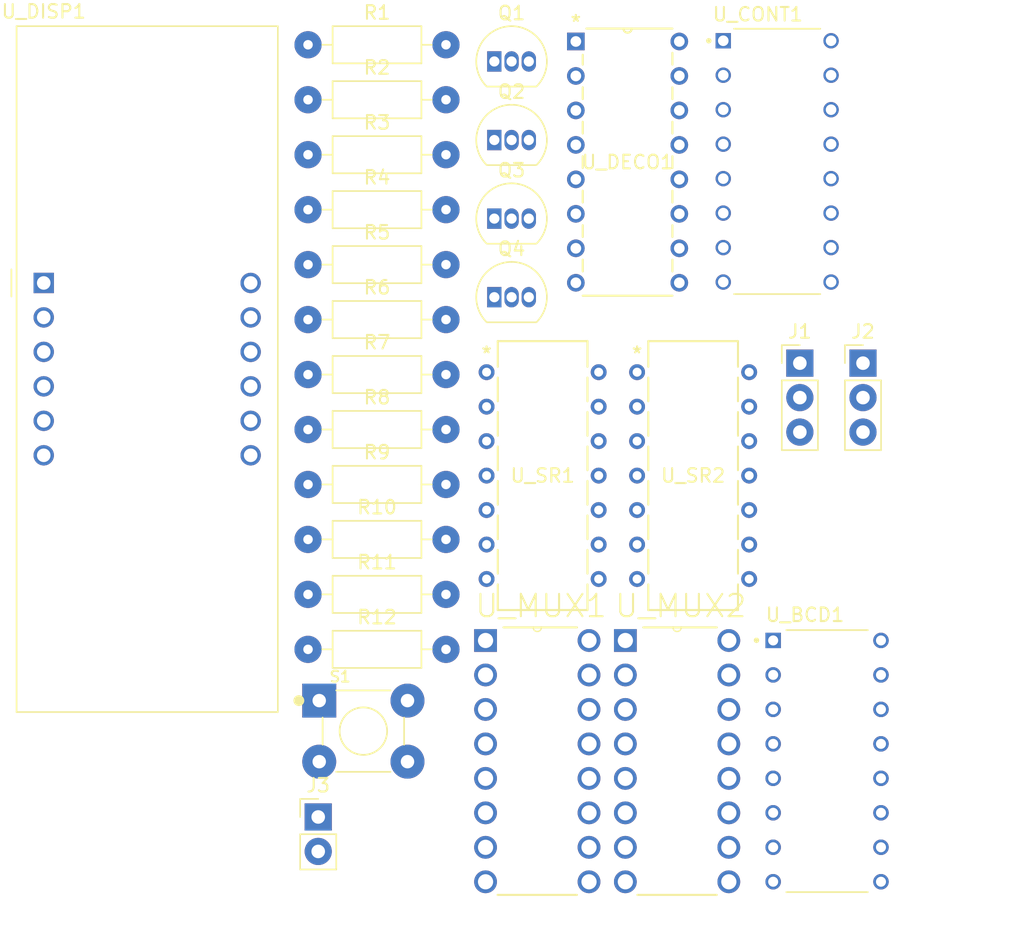
<source format=kicad_pcb>
(kicad_pcb (version 20240108) (generator "pcbnew") (generator_version "8.0")
  (layers (0 "F.Cu" signal) (31 "B.Cu" signal) (34 "B.Paste" user) (35 "F.Paste" user) (36 "B.SilkS" user "B.Silkscreen") (37 "F.SilkS" user "F.Silkscreen") (38 "B.Mask" user) (39 "F.Mask" user) (44 "Edge.Cuts" user))
  (net 0 "")
  (net 1 "/SERIAL CLK")
  (net 2 "/ENB")
  (net 3 "/SERIAL DATA")
  (net 4 "GND")
  (net 5 "/Vcc")
  (net 6 "Net-(Q1-B)")
  (net 7 "Net-(Q1-C)")
  (net 8 "Net-(Q2-B)")
  (net 9 "Net-(Q2-C)")
  (net 10 "Net-(Q3-C)")
  (net 11 "Net-(Q3-B)")
  (net 12 "Net-(Q4-C)")
  (net 13 "Net-(Q4-B)")
  (net 14 "Net-(U_DISP1-a)")
  (net 15 "Net-(U_BCD1-A_13)")
  (net 16 "Net-(U_BCD1-B_12)")
  (net 17 "Net-(U_DISP1-b)")
  (net 18 "Net-(U_BCD1-C_11)")
  (net 19 "Net-(U_DISP1-c)")
  (net 20 "Net-(U_BCD1-D_10)")
  (net 21 "Net-(U_DISP1-d)")
  (net 22 "Net-(U_BCD1-E_9)")
  (net 23 "Net-(U_DISP1-e)")
  (net 24 "Net-(U_BCD1-F_15)")
  (net 25 "Net-(U_DISP1-f)")
  (net 26 "Net-(U_BCD1-G_14)")
  (net 27 "Net-(U_DISP1-g)")
  (net 28 "Net-(U_DECO1-1Y0)")
  (net 29 "Net-(U_DECO1-1Y1)")
  (net 30 "Net-(U_DECO1-1Y2)")
  (net 31 "Net-(U_DECO1-1Y3)")
  (net 32 "/CLR1")
  (net 33 "Net-(U_BCD1-C)")
  (net 34 "Net-(U_BCD1-D)")
  (net 35 "Net-(U_BCD1-A)")
  (net 36 "Net-(U_BCD1-B)")
  (net 38 "/CLK")
  (net 40 "Net-(U_CONT1-QB)")
  (net 47 "Net-(U_CONT1-QA)")
  (net 50 "Net-(U_MUX1-2C3)")
  (net 51 "Net-(U_MUX1-2C2)")
  (net 52 "Net-(U_MUX1-1C3)")
  (net 53 "Net-(U_MUX1-1C0)")
  (net 54 "Net-(U_MUX1-1C1)")
  (net 55 "Net-(U_MUX1-1C2)")
  (net 56 "Net-(U_MUX1-2C0)")
  (net 57 "Net-(U_MUX1-2C1)")
  (net 58 "Net-(U_MUX2-1C1)")
  (net 59 "Net-(U_MUX2-2C2)")
  (net 60 "Net-(U_MUX2-1C3)")
  (net 61 "Net-(U_MUX2-1C2)")
  (net 62 "Net-(U_MUX2-2C3)")
  (net 63 "Net-(U_MUX2-1C0)")
  (net 64 "Net-(U_MUX2-2C0)")
  (net 65 "Net-(U_MUX2-2C1)")
  (footprint "tp2_e2_footprints:74LS169" (layer "F.Cu") (at 167.53 71.89)
    (property "Reference" "U_CONT1" (at -1.425 -10.835 0) (layer "F.SilkS"))
    (property "Value" "SN74LS169BN")
    (fp_line (start -3.175 -9.775) (end 3.175 -9.775) (stroke (width 0.127)) (layer "F.SilkS"))
    (fp_line (start -3.175 9.775) (end 3.175 9.775) (stroke (width 0.127)) (layer "F.SilkS"))
    (fp_circle (center -5.035 -8.89) (end -4.935 -8.89) (stroke (width 0.2)) (fill none) (layer "F.SilkS"))
    (pad "1" thru_hole rect (at -3.97 -8.89) (size 1.13 1.13) (drill 0.78) (layers "*.Cu" "*.Mask") (net 5 "/Vcc"))
    (pad "2" thru_hole circle (at -3.97 -6.35) (size 1.13 1.13) (drill 0.78) (layers "*.Cu" "*.Mask") (net 38 "/CLK"))
    (pad "3" thru_hole circle (at -3.97 -3.81) (size 1.13 1.13) (drill 0.78) (layers "*.Cu" "*.Mask"))
    (pad "4" thru_hole circle (at -3.97 -1.27) (size 1.13 1.13) (drill 0.78) (layers "*.Cu" "*.Mask"))
    (pad "5" thru_hole circle (at -3.97 1.27) (size 1.13 1.13) (drill 0.78) (layers "*.Cu" "*.Mask"))
    (pad "6" thru_hole circle (at -3.97 3.81) (size 1.13 1.13) (drill 0.78) (layers "*.Cu" "*.Mask"))
    (pad "7" thru_hole circle (at -3.97 6.35) (size 1.13 1.13) (drill 0.78) (layers "*.Cu" "*.Mask") (net 4 "GND"))
    (pad "8" thru_hole circle (at -3.97 8.89) (size 1.13 1.13) (drill 0.78) (layers "*.Cu" "*.Mask") (net 4 "GND"))
    (pad "9" thru_hole circle (at 3.97 8.89) (size 1.13 1.13) (drill 0.78) (layers "*.Cu" "*.Mask") (net 5 "/Vcc"))
    (pad "10" thru_hole circle (at 3.97 6.35) (size 1.13 1.13) (drill 0.78) (layers "*.Cu" "*.Mask"))
    (pad "11" thru_hole circle (at 3.97 3.81) (size 1.13 1.13) (drill 0.78) (layers "*.Cu" "*.Mask"))
    (pad "12" thru_hole circle (at 3.97 1.27) (size 1.13 1.13) (drill 0.78) (layers "*.Cu" "*.Mask"))
    (pad "13" thru_hole circle (at 3.97 -1.27) (size 1.13 1.13) (drill 0.78) (layers "*.Cu" "*.Mask") (net 40 "Net-(U_CONT1-QB)"))
    (pad "14" thru_hole circle (at 3.97 -3.81) (size 1.13 1.13) (drill 0.78) (layers "*.Cu" "*.Mask") (net 47 "Net-(U_CONT1-QA)"))
    (pad "15" thru_hole circle (at 3.97 -6.35) (size 1.13 1.13) (drill 0.78) (layers "*.Cu" "*.Mask"))
    (pad "16" thru_hole circle (at 3.97 -8.89) (size 1.13 1.13) (drill 0.78) (layers "*.Cu" "*.Mask") (net 5 "/Vcc"))
  )
  (footprint "TCLib:R_0.25W" (layer "F.Cu") (at 132.98 71.395)
    (property "Reference" "R3" (at 5.08 -2.37 0) (layer "F.SilkS"))
    (property "Value" "R")
    (fp_line (start 1.04 0) (end 1.81 0) (stroke (width 0.12)) (layer "F.SilkS"))
    (fp_line (start 1.81 -1.37) (end 1.81 1.37) (stroke (width 0.12)) (layer "F.SilkS"))
    (fp_line (start 1.81 1.37) (end 8.35 1.37) (stroke (width 0.12)) (layer "F.SilkS"))
    (fp_line (start 8.35 -1.37) (end 1.81 -1.37) (stroke (width 0.12)) (layer "F.SilkS"))
    (fp_line (start 8.35 1.37) (end 8.35 -1.37) (stroke (width 0.12)) (layer "F.SilkS"))
    (fp_line (start 9.12 0) (end 8.35 0) (stroke (width 0.12)) (layer "F.SilkS"))
    (pad "1" thru_hole circle (at 0 0) (size 2 2) (drill 0.7) (layers "*.Cu" "*.Mask") (net 18 "Net-(U_BCD1-C_11)"))
    (pad "2" thru_hole circle (at 10.16 0) (size 2 2) (drill 0.7) (layers "*.Cu" "*.Mask") (net 19 "Net-(U_DISP1-c)"))
  )
  (footprint "TCLib:PinHeader_1x02_P2.54mm_Vertical" (layer "F.Cu") (at 133.73 120.195)
    (property "Reference" "J3" (at 0 -2.33 0) (layer "F.SilkS"))
    (property "Value" "CON_Vcc")
    (fp_line (start -1.33 -1.33) (end 0 -1.33) (stroke (width 0.12)) (layer "F.SilkS"))
    (fp_line (start -1.33 0) (end -1.33 -1.33) (stroke (width 0.12)) (layer "F.SilkS"))
    (fp_line (start -1.33 1.27) (end -1.33 3.87) (stroke (width 0.12)) (layer "F.SilkS"))
    (fp_line (start -1.33 1.27) (end 1.33 1.27) (stroke (width 0.12)) (layer "F.SilkS"))
    (fp_line (start -1.33 3.87) (end 1.33 3.87) (stroke (width 0.12)) (layer "F.SilkS"))
    (fp_line (start 1.33 1.27) (end 1.33 3.87) (stroke (width 0.12)) (layer "F.SilkS"))
    (pad "1" thru_hole rect (at 0 0) (size 2 2) (drill 1) (layers "*.Cu" "*.Mask") (net 5 "/Vcc"))
    (pad "2" thru_hole circle (at 0 2.54) (size 2 2) (drill 1) (layers "*.Cu" "*.Mask") (net 5 "/Vcc"))
  )
  (footprint "TCLib:R_0.25W" (layer "F.Cu") (at 132.98 91.645)
    (property "Reference" "R8" (at 5.08 -2.37 0) (layer "F.SilkS"))
    (property "Value" "R")
    (fp_line (start 1.04 0) (end 1.81 0) (stroke (width 0.12)) (layer "F.SilkS"))
    (fp_line (start 1.81 -1.37) (end 1.81 1.37) (stroke (width 0.12)) (layer "F.SilkS"))
    (fp_line (start 1.81 1.37) (end 8.35 1.37) (stroke (width 0.12)) (layer "F.SilkS"))
    (fp_line (start 8.35 -1.37) (end 1.81 -1.37) (stroke (width 0.12)) (layer "F.SilkS"))
    (fp_line (start 8.35 1.37) (end 8.35 -1.37) (stroke (width 0.12)) (layer "F.SilkS"))
    (fp_line (start 9.12 0) (end 8.35 0) (stroke (width 0.12)) (layer "F.SilkS"))
    (pad "1" thru_hole circle (at 0 0) (size 2 2) (drill 0.7) (layers "*.Cu" "*.Mask") (net 6 "Net-(Q1-B)"))
    (pad "2" thru_hole circle (at 10.16 0) (size 2 2) (drill 0.7) (layers "*.Cu" "*.Mask") (net 28 "Net-(U_DECO1-1Y0)"))
  )
  (footprint "TCLib:PinHeader_1x03_P2.54mm_Vertical" (layer "F.Cu") (at 169.2 86.755)
    (property "Reference" "J1" (at 0 -2.33 0) (layer "F.SilkS"))
    (property "Value" "CON_DATA")
    (fp_line (start -1.33 -1.33) (end 0 -1.33) (stroke (width 0.12)) (layer "F.SilkS"))
    (fp_line (start -1.33 0) (end -1.33 -1.33) (stroke (width 0.12)) (layer "F.SilkS"))
    (fp_line (start -1.33 1.27) (end -1.33 6.41) (stroke (width 0.12)) (layer "F.SilkS"))
    (fp_line (start -1.33 1.27) (end 1.33 1.27) (stroke (width 0.12)) (layer "F.SilkS"))
    (fp_line (start -1.33 6.41) (end 1.33 6.41) (stroke (width 0.12)) (layer "F.SilkS"))
    (fp_line (start 1.33 1.27) (end 1.33 6.41) (stroke (width 0.12)) (layer "F.SilkS"))
    (pad "1" thru_hole rect (at 0 0) (size 2 2) (drill 1) (layers "*.Cu" "*.Mask") (net 1 "/SERIAL CLK"))
    (pad "2" thru_hole circle (at 0 2.54) (size 2 2) (drill 1) (layers "*.Cu" "*.Mask") (net 3 "/SERIAL DATA"))
    (pad "3" thru_hole circle (at 0 5.08) (size 2 2) (drill 1) (layers "*.Cu" "*.Mask") (net 2 "/ENB"))
  )
  (footprint "tp2_e2_footprints:74LS153" (layer "F.Cu") (at 153.6732 124.9714)
    (property "Reference" "U_MUX1" (at -3.535745 -20.324115 0) (layer "F.SilkS") (effects (font (size 1.642386 1.642386))))
    (property "Value" "SN74LS153N")
    (fp_line (start -6.731 0.9652) (end -0.889 0.9652) (stroke (width 0.1524)) (layer "F.SilkS"))
    (fp_line (start -4.1148 -18.7452) (end -6.2992 -18.7452) (stroke (width 0.1524)) (layer "F.SilkS"))
    (fp_line (start -3.5052 -18.7452) (end -4.1148 -18.7452) (stroke (width 0.1524)) (layer "F.SilkS"))
    (fp_line (start -0.889 -18.7452) (end -3.5052 -18.7452) (stroke (width 0.1524)) (layer "F.SilkS"))
    (fp_arc (start -3.5052 -18.7452) (mid -3.81 -18.4404) (end -4.1148 -18.7452) (stroke (width 0.1)) (layer "F.SilkS"))
    (pad "1" thru_hole rect (at -7.62 -17.78) (size 1.6764 1.6764) (drill 1.1176) (layers "*.Cu" "*.Mask") (net 4 "GND"))
    (pad "2" thru_hole circle (at -7.62 -15.24) (size 1.6764 1.6764) (drill 1.1176) (layers "*.Cu" "*.Mask") (net 40 "Net-(U_CONT1-QB)"))
    (pad "3" thru_hole circle (at -7.62 -12.7) (size 1.6764 1.6764) (drill 1.1176) (layers "*.Cu" "*.Mask") (net 52 "Net-(U_MUX1-1C3)"))
    (pad "4" thru_hole circle (at -7.62 -10.16) (size 1.6764 1.6764) (drill 1.1176) (layers "*.Cu" "*.Mask") (net 55 "Net-(U_MUX1-1C2)"))
    (pad "5" thru_hole circle (at -7.62 -7.62) (size 1.6764 1.6764) (drill 1.1176) (layers "*.Cu" "*.Mask") (net 54 "Net-(U_MUX1-1C1)"))
    (pad "6" thru_hole circle (at -7.62 -5.08) (size 1.6764 1.6764) (drill 1.1176) (layers "*.Cu" "*.Mask") (net 53 "Net-(U_MUX1-1C0)"))
    (pad "7" thru_hole circle (at -7.62 -2.54) (size 1.6764 1.6764) (drill 1.1176) (layers "*.Cu" "*.Mask") (net 33 "Net-(U_BCD1-C)"))
    (pad "8" thru_hole circle (at -7.62 0) (size 1.6764 1.6764) (drill 1.1176) (layers "*.Cu" "*.Mask") (net 4 "GND"))
    (pad "9" thru_hole circle (at 0 0) (size 1.6764 1.6764) (drill 1.1176) (layers "*.Cu" "*.Mask") (net 34 "Net-(U_BCD1-D)"))
    (pad "10" thru_hole circle (at 0 -2.54) (size 1.6764 1.6764) (drill 1.1176) (layers "*.Cu" "*.Mask") (net 56 "Net-(U_MUX1-2C0)"))
    (pad "11" thru_hole circle (at 0 -5.08) (size 1.6764 1.6764) (drill 1.1176) (layers "*.Cu" "*.Mask") (net 57 "Net-(U_MUX1-2C1)"))
    (pad "12" thru_hole circle (at 0 -7.62) (size 1.6764 1.6764) (drill 1.1176) (layers "*.Cu" "*.Mask") (net 51 "Net-(U_MUX1-2C2)"))
    (pad "13" thru_hole circle (at 0 -10.16) (size 1.6764 1.6764) (drill 1.1176) (layers "*.Cu" "*.Mask") (net 50 "Net-(U_MUX1-2C3)"))
    (pad "14" thru_hole circle (at 0 -12.7) (size 1.6764 1.6764) (drill 1.1176) (layers "*.Cu" "*.Mask") (net 47 "Net-(U_CONT1-QA)"))
    (pad "15" thru_hole circle (at 0 -15.24) (size 1.6764 1.6764) (drill 1.1176) (layers "*.Cu" "*.Mask") (net 4 "GND"))
    (pad "16" thru_hole circle (at 0 -17.78) (size 1.6764 1.6764) (drill 1.1176) (layers "*.Cu" "*.Mask") (net 5 "/Vcc"))
  )
  (footprint "tp2_e2_footprints:74LS153" (layer "F.Cu") (at 163.9696 124.9714)
    (property "Reference" "U_MUX2" (at -3.535745 -20.324115 0) (layer "F.SilkS") (effects (font (size 1.642386 1.642386))))
    (property "Value" "SN74LS153N")
    (fp_line (start -6.731 0.9652) (end -0.889 0.9652) (stroke (width 0.1524)) (layer "F.SilkS"))
    (fp_line (start -4.1148 -18.7452) (end -6.2992 -18.7452) (stroke (width 0.1524)) (layer "F.SilkS"))
    (fp_line (start -3.5052 -18.7452) (end -4.1148 -18.7452) (stroke (width 0.1524)) (layer "F.SilkS"))
    (fp_line (start -0.889 -18.7452) (end -3.5052 -18.7452) (stroke (width 0.1524)) (layer "F.SilkS"))
    (fp_arc (start -3.5052 -18.7452) (mid -3.81 -18.4404) (end -4.1148 -18.7452) (stroke (width 0.1)) (layer "F.SilkS"))
    (pad "1" thru_hole rect (at -7.62 -17.78) (size 1.6764 1.6764) (drill 1.1176) (layers "*.Cu" "*.Mask") (net 4 "GND"))
    (pad "2" thru_hole circle (at -7.62 -15.24) (size 1.6764 1.6764) (drill 1.1176) (layers "*.Cu" "*.Mask") (net 40 "Net-(U_CONT1-QB)"))
    (pad "3" thru_hole circle (at -7.62 -12.7) (size 1.6764 1.6764) (drill 1.1176) (layers "*.Cu" "*.Mask") (net 60 "Net-(U_MUX2-1C3)"))
    (pad "4" thru_hole circle (at -7.62 -10.16) (size 1.6764 1.6764) (drill 1.1176) (layers "*.Cu" "*.Mask") (net 61 "Net-(U_MUX2-1C2)"))
    (pad "5" thru_hole circle (at -7.62 -7.62) (size 1.6764 1.6764) (drill 1.1176) (layers "*.Cu" "*.Mask") (net 58 "Net-(U_MUX2-1C1)"))
    (pad "6" thru_hole circle (at -7.62 -5.08) (size 1.6764 1.6764) (drill 1.1176) (layers "*.Cu" "*.Mask") (net 63 "Net-(U_MUX2-1C0)"))
    (pad "7" thru_hole circle (at -7.62 -2.54) (size 1.6764 1.6764) (drill 1.1176) (layers "*.Cu" "*.Mask") (net 35 "Net-(U_BCD1-A)"))
    (pad "8" thru_hole circle (at -7.62 0) (size 1.6764 1.6764) (drill 1.1176) (layers "*.Cu" "*.Mask") (net 4 "GND"))
    (pad "9" thru_hole circle (at 0 0) (size 1.6764 1.6764) (drill 1.1176) (layers "*.Cu" "*.Mask") (net 36 "Net-(U_BCD1-B)"))
    (pad "10" thru_hole circle (at 0 -2.54) (size 1.6764 1.6764) (drill 1.1176) (layers "*.Cu" "*.Mask") (net 64 "Net-(U_MUX2-2C0)"))
    (pad "11" thru_hole circle (at 0 -5.08) (size 1.6764 1.6764) (drill 1.1176) (layers "*.Cu" "*.Mask") (net 65 "Net-(U_MUX2-2C1)"))
    (pad "12" thru_hole circle (at 0 -7.62) (size 1.6764 1.6764) (drill 1.1176) (layers "*.Cu" "*.Mask") (net 59 "Net-(U_MUX2-2C2)"))
    (pad "13" thru_hole circle (at 0 -10.16) (size 1.6764 1.6764) (drill 1.1176) (layers "*.Cu" "*.Mask") (net 62 "Net-(U_MUX2-2C3)"))
    (pad "14" thru_hole circle (at 0 -12.7) (size 1.6764 1.6764) (drill 1.1176) (layers "*.Cu" "*.Mask") (net 47 "Net-(U_CONT1-QA)"))
    (pad "15" thru_hole circle (at 0 -15.24) (size 1.6764 1.6764) (drill 1.1176) (layers "*.Cu" "*.Mask") (net 4 "GND"))
    (pad "16" thru_hole circle (at 0 -17.78) (size 1.6764 1.6764) (drill 1.1176) (layers "*.Cu" "*.Mask") (net 5 "/Vcc"))
  )
  (footprint "tp2_e2_footprints:74LS139" (layer "F.Cu") (at 160.3229 80.8327)
    (property "Reference" "U_DECO1" (at -3.81 -8.89 0) (layer "F.SilkS"))
    (property "Value" "SN74LS139AN")
    (fp_line (start -7.112 -16.79956) (end -7.112 -16.078569) (stroke (width 0.1524)) (layer "F.SilkS"))
    (fp_line (start -7.112 -14.401431) (end -7.112 -13.538569) (stroke (width 0.1524)) (layer "F.SilkS"))
    (fp_line (start -7.112 -11.861431) (end -7.112 -10.998569) (stroke (width 0.1524)) (layer "F.SilkS"))
    (fp_line (start -7.112 -9.321431) (end -7.112 -8.458569) (stroke (width 0.1524)) (layer "F.SilkS"))
    (fp_line (start -7.112 -6.781431) (end -7.112 -5.918569) (stroke (width 0.1524)) (layer "F.SilkS"))
    (fp_line (start -7.112 -4.241431) (end -7.112 -3.378569) (stroke (width 0.1524)) (layer "F.SilkS"))
    (fp_line (start -7.112 -1.701431) (end -7.112 -0.838569) (stroke (width 0.1524)) (layer "F.SilkS"))
    (fp_line (start -7.112 0.9525) (end -0.508 0.9525) (stroke (width 0.1524)) (layer "F.SilkS"))
    (fp_line (start -0.508 -18.7325) (end -6.838835 -18.7325) (stroke (width 0.1524)) (layer "F.SilkS"))
    (fp_line (start -0.508 -16.078569) (end -0.508 -16.941431) (stroke (width 0.1524)) (layer "F.SilkS"))
    (fp_line (start -0.508 -13.538569) (end -0.508 -14.401431) (stroke (width 0.1524)) (layer "F.SilkS"))
    (fp_line (start -0.508 -10.998569) (end -0.508 -11.861431) (stroke (width 0.1524)) (layer "F.SilkS"))
    (fp_line (start -0.508 -8.458569) (end -0.508 -9.321431) (stroke (width 0.1524)) (layer "F.SilkS"))
    (fp_line (start -0.508 -5.918569) (end -0.508 -6.781431) (stroke (width 0.1524)) (layer "F.SilkS"))
    (fp_line (start -0.508 -3.378569) (end -0.508 -4.241431) (stroke (width 0.1524)) (layer "F.SilkS"))
    (fp_line (start -0.508 -0.838569) (end -0.508 -1.701431) (stroke (width 0.1524)) (layer "F.SilkS"))
    (fp_arc (start -3.5052 -18.7325) (mid -3.81 -18.4277) (end -4.1148 -18.7325) (stroke (width 0.1524)) (layer "F.SilkS"))
    (fp_text user "*" (at -7.62 -19.1897 0) (layer "F.SilkS"))
    (fp_text user "*" (at -7.62 -19.1897 0) (layer "F.SilkS"))
    (pad "1" thru_hole rect (at -7.62 -17.78) (size 1.2954 1.2954) (drill 0.7874) (layers "*.Cu" "*.Mask") (net 4 "GND"))
    (pad "2" thru_hole circle (at -7.62 -15.24) (size 1.2954 1.2954) (drill 0.7874) (layers "*.Cu" "*.Mask") (net 47 "Net-(U_CONT1-QA)"))
    (pad "3" thru_hole circle (at -7.62 -12.7) (size 1.2954 1.2954) (drill 0.7874) (layers "*.Cu" "*.Mask") (net 40 "Net-(U_CONT1-QB)"))
    (pad "4" thru_hole circle (at -7.62 -10.16) (size 1.2954 1.2954) (drill 0.7874) (layers "*.Cu" "*.Mask") (net 28 "Net-(U_DECO1-1Y0)"))
    (pad "5" thru_hole circle (at -7.62 -7.62) (size 1.2954 1.2954) (drill 0.7874) (layers "*.Cu" "*.Mask") (net 29 "Net-(U_DECO1-1Y1)"))
    (pad "6" thru_hole circle (at -7.62 -5.08) (size 1.2954 1.2954) (drill 0.7874) (layers "*.Cu" "*.Mask") (net 30 "Net-(U_DECO1-1Y2)"))
    (pad "7" thru_hole circle (at -7.62 -2.54) (size 1.2954 1.2954) (drill 0.7874) (layers "*.Cu" "*.Mask") (net 31 "Net-(U_DECO1-1Y3)"))
    (pad "8" thru_hole circle (at -7.62 0) (size 1.2954 1.2954) (drill 0.7874) (layers "*.Cu" "*.Mask") (net 4 "GND"))
    (pad "9" thru_hole circle (at 0 0) (size 1.2954 1.2954) (drill 0.7874) (layers "*.Cu" "*.Mask") (net 5 "/Vcc"))
    (pad "10" thru_hole circle (at 0 -2.54) (size 1.2954 1.2954) (drill 0.7874) (layers "*.Cu" "*.Mask") (net 5 "/Vcc"))
    (pad "11" thru_hole circle (at 0 -5.08) (size 1.2954 1.2954) (drill 0.7874) (layers "*.Cu" "*.Mask") (net 5 "/Vcc"))
    (pad "12" thru_hole circle (at 0 -7.62) (size 1.2954 1.2954) (drill 0.7874) (layers "*.Cu" "*.Mask") (net 5 "/Vcc"))
    (pad "13" thru_hole circle (at 0 -10.16) (size 1.2954 1.2954) (drill 0.7874) (layers "*.Cu" "*.Mask"))
    (pad "14" thru_hole circle (at 0 -12.7) (size 1.2954 1.2954) (drill 0.7874) (layers "*.Cu" "*.Mask"))
    (pad "15" thru_hole circle (at 0 -15.24) (size 1.2954 1.2954) (drill 0.7874) (layers "*.Cu" "*.Mask") (net 5 "/Vcc"))
    (pad "16" thru_hole circle (at 0 -17.78) (size 1.2954 1.2954) (drill 0.7874) (layers "*.Cu" "*.Mask") (net 5 "/Vcc"))
  )
  (footprint "Package_TO_SOT_THT:TO-92_Inline" (layer "F.Cu") (at 146.7 81.895)
    (property "Reference" "Q4" (at 1.27 -3.56 0) (layer "F.SilkS"))
    (property "Value" "BC327")
    (fp_line (start -0.53 1.85) (end 3.07 1.85) (stroke (width 0.12)) (layer "F.SilkS"))
    (fp_arc (start -0.568478 1.838478) (mid -1.132087 -0.994977) (end 1.27 -2.6) (stroke (width 0.12)) (layer "F.SilkS"))
    (fp_arc (start 1.27 -2.6) (mid 3.672087 -0.994977) (end 3.108478 1.838478) (stroke (width 0.12)) (layer "F.SilkS"))
    (pad "1" thru_hole rect (at 0 0) (size 1.05 1.5) (drill 0.75) (layers "*.Cu" "*.Mask") (net 12 "Net-(Q4-C)"))
    (pad "2" thru_hole oval (at 1.27 0) (size 1.05 1.5) (drill 0.75) (layers "*.Cu" "*.Mask") (net 13 "Net-(Q4-B)"))
    (pad "3" thru_hole oval (at 2.54 0) (size 1.05 1.5) (drill 0.75) (layers "*.Cu" "*.Mask") (net 5 "/Vcc"))
  )
  (footprint "TCLib:R_0.25W" (layer "F.Cu") (at 132.98 87.595)
    (property "Reference" "R7" (at 5.08 -2.37 0) (layer "F.SilkS"))
    (property "Value" "R")
    (fp_line (start 1.04 0) (end 1.81 0) (stroke (width 0.12)) (layer "F.SilkS"))
    (fp_line (start 1.81 -1.37) (end 1.81 1.37) (stroke (width 0.12)) (layer "F.SilkS"))
    (fp_line (start 1.81 1.37) (end 8.35 1.37) (stroke (width 0.12)) (layer "F.SilkS"))
    (fp_line (start 8.35 -1.37) (end 1.81 -1.37) (stroke (width 0.12)) (layer "F.SilkS"))
    (fp_line (start 8.35 1.37) (end 8.35 -1.37) (stroke (width 0.12)) (layer "F.SilkS"))
    (fp_line (start 9.12 0) (end 8.35 0) (stroke (width 0.12)) (layer "F.SilkS"))
    (pad "1" thru_hole circle (at 0 0) (size 2 2) (drill 0.7) (layers "*.Cu" "*.Mask") (net 26 "Net-(U_BCD1-G_14)"))
    (pad "2" thru_hole circle (at 10.16 0) (size 2 2) (drill 0.7) (layers "*.Cu" "*.Mask") (net 27 "Net-(U_DISP1-g)"))
  )
  (footprint "TCLib:R_0.25W" (layer "F.Cu") (at 132.98 75.445)
    (property "Reference" "R4" (at 5.08 -2.37 0) (layer "F.SilkS"))
    (property "Value" "R")
    (fp_line (start 1.04 0) (end 1.81 0) (stroke (width 0.12)) (layer "F.SilkS"))
    (fp_line (start 1.81 -1.37) (end 1.81 1.37) (stroke (width 0.12)) (layer "F.SilkS"))
    (fp_line (start 1.81 1.37) (end 8.35 1.37) (stroke (width 0.12)) (layer "F.SilkS"))
    (fp_line (start 8.35 -1.37) (end 1.81 -1.37) (stroke (width 0.12)) (layer "F.SilkS"))
    (fp_line (start 8.35 1.37) (end 8.35 -1.37) (stroke (width 0.12)) (layer "F.SilkS"))
    (fp_line (start 9.12 0) (end 8.35 0) (stroke (width 0.12)) (layer "F.SilkS"))
    (pad "1" thru_hole circle (at 0 0) (size 2 2) (drill 0.7) (layers "*.Cu" "*.Mask") (net 20 "Net-(U_BCD1-D_10)"))
    (pad "2" thru_hole circle (at 10.16 0) (size 2 2) (drill 0.7) (layers "*.Cu" "*.Mask") (net 21 "Net-(U_DISP1-d)"))
  )
  (footprint "TCLib:R_0.25W" (layer "F.Cu") (at 132.98 67.345)
    (property "Reference" "R2" (at 5.08 -2.37 0) (layer "F.SilkS"))
    (property "Value" "R")
    (fp_line (start 1.04 0) (end 1.81 0) (stroke (width 0.12)) (layer "F.SilkS"))
    (fp_line (start 1.81 -1.37) (end 1.81 1.37) (stroke (width 0.12)) (layer "F.SilkS"))
    (fp_line (start 1.81 1.37) (end 8.35 1.37) (stroke (width 0.12)) (layer "F.SilkS"))
    (fp_line (start 8.35 -1.37) (end 1.81 -1.37) (stroke (width 0.12)) (layer "F.SilkS"))
    (fp_line (start 8.35 1.37) (end 8.35 -1.37) (stroke (width 0.12)) (layer "F.SilkS"))
    (fp_line (start 9.12 0) (end 8.35 0) (stroke (width 0.12)) (layer "F.SilkS"))
    (pad "1" thru_hole circle (at 0 0) (size 2 2) (drill 0.7) (layers "*.Cu" "*.Mask") (net 16 "Net-(U_BCD1-B_12)"))
    (pad "2" thru_hole circle (at 10.16 0) (size 2 2) (drill 0.7) (layers "*.Cu" "*.Mask") (net 17 "Net-(U_DISP1-b)"))
  )
  (footprint "TCLib:R_0.25W" (layer "F.Cu") (at 132.98 83.545)
    (property "Reference" "R6" (at 5.08 -2.37 0) (layer "F.SilkS"))
    (property "Value" "R")
    (fp_line (start 1.04 0) (end 1.81 0) (stroke (width 0.12)) (layer "F.SilkS"))
    (fp_line (start 1.81 -1.37) (end 1.81 1.37) (stroke (width 0.12)) (layer "F.SilkS"))
    (fp_line (start 1.81 1.37) (end 8.35 1.37) (stroke (width 0.12)) (layer "F.SilkS"))
    (fp_line (start 8.35 -1.37) (end 1.81 -1.37) (stroke (width 0.12)) (layer "F.SilkS"))
    (fp_line (start 8.35 1.37) (end 8.35 -1.37) (stroke (width 0.12)) (layer "F.SilkS"))
    (fp_line (start 9.12 0) (end 8.35 0) (stroke (width 0.12)) (layer "F.SilkS"))
    (pad "1" thru_hole circle (at 0 0) (size 2 2) (drill 0.7) (layers "*.Cu" "*.Mask") (net 24 "Net-(U_BCD1-F_15)"))
    (pad "2" thru_hole circle (at 10.16 0) (size 2 2) (drill 0.7) (layers "*.Cu" "*.Mask") (net 25 "Net-(U_DISP1-f)"))
  )
  (footprint "TCLib:R_0.25W" (layer "F.Cu") (at 132.98 79.495)
    (property "Reference" "R5" (at 5.08 -2.37 0) (layer "F.SilkS"))
    (property "Value" "R")
    (fp_line (start 1.04 0) (end 1.81 0) (stroke (width 0.12)) (layer "F.SilkS"))
    (fp_line (start 1.81 -1.37) (end 1.81 1.37) (stroke (width 0.12)) (layer "F.SilkS"))
    (fp_line (start 1.81 1.37) (end 8.35 1.37) (stroke (width 0.12)) (layer "F.SilkS"))
    (fp_line (start 8.35 -1.37) (end 1.81 -1.37) (stroke (width 0.12)) (layer "F.SilkS"))
    (fp_line (start 8.35 1.37) (end 8.35 -1.37) (stroke (width 0.12)) (layer "F.SilkS"))
    (fp_line (start 9.12 0) (end 8.35 0) (stroke (width 0.12)) (layer "F.SilkS"))
    (pad "1" thru_hole circle (at 0 0) (size 2 2) (drill 0.7) (layers "*.Cu" "*.Mask") (net 22 "Net-(U_BCD1-E_9)"))
    (pad "2" thru_hole circle (at 10.16 0) (size 2 2) (drill 0.7) (layers "*.Cu" "*.Mask") (net 23 "Net-(U_DISP1-e)"))
  )
  (footprint "TCLib:PinHeader_1x03_P2.54mm_Vertical" (layer "F.Cu") (at 173.85 86.755)
    (property "Reference" "J2" (at 0 -2.33 0) (layer "F.SilkS"))
    (property "Value" "CON_GND")
    (fp_line (start -1.33 -1.33) (end 0 -1.33) (stroke (width 0.12)) (layer "F.SilkS"))
    (fp_line (start -1.33 0) (end -1.33 -1.33) (stroke (width 0.12)) (layer "F.SilkS"))
    (fp_line (start -1.33 1.27) (end -1.33 6.41) (stroke (width 0.12)) (layer "F.SilkS"))
    (fp_line (start -1.33 1.27) (end 1.33 1.27) (stroke (width 0.12)) (layer "F.SilkS"))
    (fp_line (start -1.33 6.41) (end 1.33 6.41) (stroke (width 0.12)) (layer "F.SilkS"))
    (fp_line (start 1.33 1.27) (end 1.33 6.41) (stroke (width 0.12)) (layer "F.SilkS"))
    (pad "1" thru_hole rect (at 0 0) (size 2 2) (drill 1) (layers "*.Cu" "*.Mask") (net 4 "GND"))
    (pad "2" thru_hole circle (at 0 2.54) (size 2 2) (drill 1) (layers "*.Cu" "*.Mask") (net 4 "GND"))
    (pad "3" thru_hole circle (at 0 5.08) (size 2 2) (drill 1) (layers "*.Cu" "*.Mask") (net 4 "GND"))
  )
  (footprint "TCLib:R_0.25W" (layer "F.Cu") (at 132.98 99.745)
    (property "Reference" "R10" (at 5.08 -2.37 0) (layer "F.SilkS"))
    (property "Value" "R")
    (fp_line (start 1.04 0) (end 1.81 0) (stroke (width 0.12)) (layer "F.SilkS"))
    (fp_line (start 1.81 -1.37) (end 1.81 1.37) (stroke (width 0.12)) (layer "F.SilkS"))
    (fp_line (start 1.81 1.37) (end 8.35 1.37) (stroke (width 0.12)) (layer "F.SilkS"))
    (fp_line (start 8.35 -1.37) (end 1.81 -1.37) (stroke (width 0.12)) (layer "F.SilkS"))
    (fp_line (start 8.35 1.37) (end 8.35 -1.37) (stroke (width 0.12)) (layer "F.SilkS"))
    (fp_line (start 9.12 0) (end 8.35 0) (stroke (width 0.12)) (layer "F.SilkS"))
    (pad "1" thru_hole circle (at 0 0) (size 2 2) (drill 0.7) (layers "*.Cu" "*.Mask") (net 11 "Net-(Q3-B)"))
    (pad "2" thru_hole circle (at 10.16 0) (size 2 2) (drill 0.7) (layers "*.Cu" "*.Mask") (net 30 "Net-(U_DECO1-1Y2)"))
  )
  (footprint "Display_7Segment:CA56-12SURKWA" (layer "F.Cu") (at 113.515 80.845)
    (property "Reference" "U_DISP1" (at 0 -20 0) (layer "F.SilkS"))
    (property "Value" "CA56-12SURKWA")
    (fp_line (start -2.38 -1) (end -2.38 1) (stroke (width 0.12)) (layer "F.SilkS"))
    (fp_line (start -2 -18.92) (end -2 31.62) (stroke (width 0.12)) (layer "F.SilkS"))
    (fp_line (start -2 -18.92) (end 17.24 -18.92) (stroke (width 0.12)) (layer "F.SilkS"))
    (fp_line (start -2 31.62) (end 17.24 31.62) (stroke (width 0.12)) (layer "F.SilkS"))
    (fp_line (start 17.24 31.62) (end 17.24 -18.92) (stroke (width 0.12)) (layer "F.SilkS"))
    (pad "1" thru_hole rect (at 0 0) (size 1.5 1.5) (drill 1) (layers "*.Cu" "*.Mask") (net 23 "Net-(U_DISP1-e)"))
    (pad "2" thru_hole circle (at 0 2.54) (size 1.5 1.5) (drill 1) (layers "*.Cu" "*.Mask") (net 21 "Net-(U_DISP1-d)"))
    (pad "3" thru_hole circle (at 0 5.08) (size 1.5 1.5) (drill 1) (layers "*.Cu" "*.Mask") (net 4 "GND"))
    (pad "4" thru_hole circle (at 0 7.62) (size 1.5 1.5) (drill 1) (layers "*.Cu" "*.Mask") (net 19 "Net-(U_DISP1-c)"))
    (pad "5" thru_hole circle (at 0 10.16) (size 1.5 1.5) (drill 1) (layers "*.Cu" "*.Mask") (net 27 "Net-(U_DISP1-g)"))
    (pad "6" thru_hole circle (at 0 12.7) (size 1.5 1.5) (drill 1) (layers "*.Cu" "*.Mask") (net 12 "Net-(Q4-C)"))
    (pad "7" thru_hole circle (at 15.24 12.7) (size 1.5 1.5) (drill 1) (layers "*.Cu" "*.Mask") (net 17 "Net-(U_DISP1-b)"))
    (pad "8" thru_hole circle (at 15.24 10.16) (size 1.5 1.5) (drill 1) (layers "*.Cu" "*.Mask") (net 10 "Net-(Q3-C)"))
    (pad "9" thru_hole circle (at 15.24 7.62) (size 1.5 1.5) (drill 1) (layers "*.Cu" "*.Mask") (net 9 "Net-(Q2-C)"))
    (pad "10" thru_hole circle (at 15.24 5.08) (size 1.5 1.5) (drill 1) (layers "*.Cu" "*.Mask") (net 25 "Net-(U_DISP1-f)"))
    (pad "11" thru_hole circle (at 15.24 2.54) (size 1.5 1.5) (drill 1) (layers "*.Cu" "*.Mask") (net 14 "Net-(U_DISP1-a)"))
    (pad "12" thru_hole circle (at 15.24 0) (size 1.5 1.5) (drill 1) (layers "*.Cu" "*.Mask") (net 7 "Net-(Q1-C)"))
  )
  (footprint "tp2_e2_footprints:74LS47N" (layer "F.Cu") (at 171.205 116.0775)
    (property "Reference" "U_BCD1" (at -1.625 -10.775 0) (layer "F.SilkS"))
    (property "Value" "74LS47N")
    (fp_line (start -3 -9.6525) (end 3 -9.6525) (stroke (width 0.127)) (layer "F.SilkS"))
    (fp_line (start -3 9.6525) (end 3 9.6525) (stroke (width 0.127)) (layer "F.SilkS"))
    (fp_circle (center -5.2 -8.9) (end -5.1 -8.9) (stroke (width 0.2)) (fill none) (layer "F.SilkS"))
    (pad "1" thru_hole rect (at -3.97 -8.89) (size 1.14 1.14) (drill 0.74) (layers "*.Cu" "*.Mask") (net 36 "Net-(U_BCD1-B)"))
    (pad "2" thru_hole circle (at -3.97 -6.35) (size 1.14 1.14) (drill 0.74) (layers "*.Cu" "*.Mask") (net 33 "Net-(U_BCD1-C)"))
    (pad "3" thru_hole circle (at -3.97 -3.81) (size 1.14 1.14) (drill 0.74) (layers "*.Cu" "*.Mask") (net 5 "/Vcc"))
    (pad "4" thru_hole circle (at -3.97 -1.27) (size 1.14 1.14) (drill 0.74) (layers "*.Cu" "*.Mask") (net 5 "/Vcc"))
    (pad "5" thru_hole circle (at -3.97 1.27) (size 1.14 1.14) (drill 0.74) (layers "*.Cu" "*.Mask") (net 5 "/Vcc"))
    (pad "6" thru_hole circle (at -3.97 3.81) (size 1.14 1.14) (drill 0.74) (layers "*.Cu" "*.Mask") (net 34 "Net-(U_BCD1-D)"))
    (pad "7" thru_hole circle (at -3.97 6.35) (size 1.14 1.14) (drill 0.74) (layers "*.Cu" "*.Mask") (net 35 "Net-(U_BCD1-A)"))
    (pad "8" thru_hole circle (at -3.97 8.89) (size 1.14 1.14) (drill 0.74) (layers "*.Cu" "*.Mask") (net 4 "GND"))
    (pad "9" thru_hole circle (at 3.97 8.89) (size 1.14 1.14) (drill 0.74) (layers "*.Cu" "*.Mask") (net 22 "Net-(U_BCD1-E_9)"))
    (pad "10" thru_hole circle (at 3.97 6.35) (size 1.14 1.14) (drill 0.74) (layers "*.Cu" "*.Mask") (net 20 "Net-(U_BCD1-D_10)"))
    (pad "11" thru_hole circle (at 3.97 3.81) (size 1.14 1.14) (drill 0.74) (layers "*.Cu" "*.Mask") (net 18 "Net-(U_BCD1-C_11)"))
    (pad "12" thru_hole circle (at 3.97 1.27) (size 1.14 1.14) (drill 0.74) (layers "*.Cu" "*.Mask") (net 16 "Net-(U_BCD1-B_12)"))
    (pad "13" thru_hole circle (at 3.97 -1.27) (size 1.14 1.14) (drill 0.74) (layers "*.Cu" "*.Mask") (net 15 "Net-(U_BCD1-A_13)"))
    (pad "14" thru_hole circle (at 3.97 -3.81) (size 1.14 1.14) (drill 0.74) (layers "*.Cu" "*.Mask") (net 26 "Net-(U_BCD1-G_14)"))
    (pad "15" thru_hole circle (at 3.97 -6.35) (size 1.14 1.14) (drill 0.74) (layers "*.Cu" "*.Mask") (net 24 "Net-(U_BCD1-F_15)"))
    (pad "16" thru_hole circle (at 3.97 -8.89) (size 1.14 1.14) (drill 0.74) (layers "*.Cu" "*.Mask") (net 5 "/Vcc"))
  )
  (footprint "TCLib:SW_Tactile" (layer "F.Cu") (at 137.055 113.87)
    (property "Reference" "S1" (at -1.71258 -4.01401 0) (layer "F.SilkS") (effects (font (size 0.801197 0.801197))))
    (property "Value" "SW_Tactile")
    (fp_line (start -3 -1) (end -3 1) (stroke (width 0.127)) (layer "F.SilkS"))
    (fp_line (start -2 -3) (end 2 -3) (stroke (width 0.127)) (layer "F.SilkS"))
    (fp_line (start -2 3) (end 2 3) (stroke (width 0.127)) (layer "F.SilkS"))
    (fp_line (start 3 -1) (end 3 1) (stroke (width 0.127)) (layer "F.SilkS"))
    (fp_circle (center -4.75 -2.25) (end -4.55 -2.25) (stroke (width 0.4)) (fill none) (layer "F.SilkS"))
    (fp_circle (center 0 0) (end 1.75 0) (stroke (width 0.127)) (fill none) (layer "F.SilkS"))
    (pad "1" thru_hole rect (at -3.25 -2.25) (size 2.5 2.5) (drill 0.99) (layers "*.Cu" "*.Mask") (net 4 "GND"))
    (pad "2" thru_hole circle (at -3.25 2.25) (size 2.5 2.5) (drill 0.99) (layers "*.Cu" "*.Mask") (net 4 "GND"))
    (pad "3" thru_hole circle (at 3.25 -2.25) (size 2.5 2.5) (drill 0.99) (layers "*.Cu" "*.Mask") (net 32 "/CLR1"))
    (pad "4" thru_hole circle (at 3.25 2.25) (size 2.5 2.5) (drill 0.99) (layers "*.Cu" "*.Mask") (net 32 "/CLR1"))
  )
  (footprint "Package_TO_SOT_THT:TO-92_Inline" (layer "F.Cu") (at 146.7 70.315)
    (property "Reference" "Q2" (at 1.27 -3.56 0) (layer "F.SilkS"))
    (property "Value" "BC327")
    (fp_line (start -0.53 1.85) (end 3.07 1.85) (stroke (width 0.12)) (layer "F.SilkS"))
    (fp_arc (start -0.568478 1.838478) (mid -1.132087 -0.994977) (end 1.27 -2.6) (stroke (width 0.12)) (layer "F.SilkS"))
    (fp_arc (start 1.27 -2.6) (mid 3.672087 -0.994977) (end 3.108478 1.838478) (stroke (width 0.12)) (layer "F.SilkS"))
    (pad "1" thru_hole rect (at 0 0) (size 1.05 1.5) (drill 0.75) (layers "*.Cu" "*.Mask") (net 9 "Net-(Q2-C)"))
    (pad "2" thru_hole oval (at 1.27 0) (size 1.05 1.5) (drill 0.75) (layers "*.Cu" "*.Mask") (net 8 "Net-(Q2-B)"))
    (pad "3" thru_hole oval (at 2.54 0) (size 1.05 1.5) (drill 0.75) (layers "*.Cu" "*.Mask") (net 5 "/Vcc"))
  )
  (footprint "tp2_e2_footprints:74HC164" (layer "F.Cu") (at 157.2132 87.420199)
    (property "Reference" "U_SR2" (at 4.1275 7.62 0) (layer "F.SilkS"))
    (property "Value" "MM74HC164N")
    (fp_line (start 0.8255 -2.286998) (end 0.8255 -0.39916) (stroke (width 0.1524)) (layer "F.SilkS"))
    (fp_line (start 0.8255 0.39916) (end 0.8255 2.14084) (stroke (width 0.1524)) (layer "F.SilkS"))
    (fp_line (start 0.8255 2.93916) (end 0.8255 4.68084) (stroke (width 0.1524)) (layer "F.SilkS"))
    (fp_line (start 0.8255 5.47916) (end 0.8255 7.22084) (stroke (width 0.1524)) (layer "F.SilkS"))
    (fp_line (start 0.8255 8.01916) (end 0.8255 9.76084) (stroke (width 0.1524)) (layer "F.SilkS"))
    (fp_line (start 0.8255 10.55916) (end 0.8255 12.30084) (stroke (width 0.1524)) (layer "F.SilkS"))
    (fp_line (start 0.8255 13.09916) (end 0.8255 14.84084) (stroke (width 0.1524)) (layer "F.SilkS"))
    (fp_line (start 0.8255 15.63916) (end 0.8255 17.526998) (stroke (width 0.1524)) (layer "F.SilkS"))
    (fp_line (start 0.8255 17.526998) (end 7.4295 17.526998) (stroke (width 0.1524)) (layer "F.SilkS"))
    (fp_line (start 7.4295 -2.286998) (end 0.8255 -2.286998) (stroke (width 0.1524)) (layer "F.SilkS"))
    (fp_line (start 7.4295 -0.39916) (end 7.4295 -2.286998) (stroke (width 0.1524)) (layer "F.SilkS"))
    (fp_line (start 7.4295 2.14084) (end 7.4295 0.39916) (stroke (width 0.1524)) (layer "F.SilkS"))
    (fp_line (start 7.4295 4.68084) (end 7.4295 2.93916) (stroke (width 0.1524)) (layer "F.SilkS"))
    (fp_line (start 7.4295 7.22084) (end 7.4295 5.47916) (stroke (width 0.1524)) (layer "F.SilkS"))
    (fp_line (start 7.4295 9.76084) (end 7.4295 8.01916) (stroke (width 0.1524)) (layer "F.SilkS"))
    (fp_line (start 7.4295 12.30084) (end 7.4295 10.55916) (stroke (width 0.1524)) (layer "F.SilkS"))
    (fp_line (start 7.4295 14.84084) (end 7.4295 13.09916) (stroke (width 0.1524)) (layer "F.SilkS"))
    (fp_line (start 7.4295 17.526998) (end 7.4295 15.63916) (stroke (width 0.1524)) (layer "F.SilkS"))
    (fp_text user "*" (at 0 -1.3462 0) (layer "F.SilkS"))
    (fp_text user "*" (at 0 -1.3462 0) (layer "F.SilkS"))
    (pad "1" thru_hole circle (at 0 0) (size 1.1684 1.1684) (drill 0.6604) (layers "*.Cu" "*.Mask") (net 2 "/ENB"))
    (pad "2" thru_hole circle (at 0 2.54) (size 1.1684 1.1684) (drill 0.6604) (layers "*.Cu" "*.Mask") (net 56 "Net-(U_MUX1-2C0)"))
    (pad "3" thru_hole circle (at 0 5.08) (size 1.1684 1.1684) (drill 0.6604) (layers "*.Cu" "*.Mask") (net 60 "Net-(U_MUX2-1C3)"))
    (pad "4" thru_hole circle (at 0 7.62) (size 1.1684 1.1684) (drill 0.6604) (layers "*.Cu" "*.Mask") (net 62 "Net-(U_MUX2-2C3)"))
    (pad "5" thru_hole circle (at 0 10.16) (size 1.1684 1.1684) (drill 0.6604) (layers "*.Cu" "*.Mask") (net 52 "Net-(U_MUX1-1C3)"))
    (pad "6" thru_hole circle (at 0 12.7) (size 1.1684 1.1684) (drill 0.6604) (layers "*.Cu" "*.Mask") (net 50 "Net-(U_MUX1-2C3)"))
    (pad "7" thru_hole circle (at 0 15.24) (size 1.1684 1.1684) (drill 0.6604) (layers "*.Cu" "*.Mask") (net 4 "GND"))
    (pad "8" thru_hole circle (at 8.255 15.24) (size 1.1684 1.1684) (drill 0.6604) (layers "*.Cu" "*.Mask") (net 1 "/SERIAL CLK"))
    (pad "9" thru_hole circle (at 8.255 12.7) (size 1.1684 1.1684) (drill 0.6604) (layers "*.Cu" "*.Mask") (net 32 "/CLR1"))
    (pad "10" thru_hole circle (at 8.255 10.16) (size 1.1684 1.1684) (drill 0.6604) (layers "*.Cu" "*.Mask") (net 61 "Net-(U_MUX2-1C2)"))
    (pad "11" thru_hole circle (at 8.255 7.62) (size 1.1684 1.1684) (drill 0.6604) (layers "*.Cu" "*.Mask") (net 59 "Net-(U_MUX2-2C2)"))
    (pad "12" thru_hole circle (at 8.255 5.08) (size 1.1684 1.1684) (drill 0.6604) (layers "*.Cu" "*.Mask") (net 55 "Net-(U_MUX1-1C2)"))
    (pad "13" thru_hole circle (at 8.255 2.54) (size 1.1684 1.1684) (drill 0.6604) (layers "*.Cu" "*.Mask") (net 51 "Net-(U_MUX1-2C2)"))
    (pad "14" thru_hole circle (at 8.255 0) (size 1.1684 1.1684) (drill 0.6604) (layers "*.Cu" "*.Mask") (net 5 "/Vcc"))
  )
  (footprint "TCLib:R_0.25W" (layer "F.Cu") (at 132.98 63.295)
    (property "Reference" "R1" (at 5.08 -2.37 0) (layer "F.SilkS"))
    (property "Value" "R")
    (fp_line (start 1.04 0) (end 1.81 0) (stroke (width 0.12)) (layer "F.SilkS"))
    (fp_line (start 1.81 -1.37) (end 1.81 1.37) (stroke (width 0.12)) (layer "F.SilkS"))
    (fp_line (start 1.81 1.37) (end 8.35 1.37) (stroke (width 0.12)) (layer "F.SilkS"))
    (fp_line (start 8.35 -1.37) (end 1.81 -1.37) (stroke (width 0.12)) (layer "F.SilkS"))
    (fp_line (start 8.35 1.37) (end 8.35 -1.37) (stroke (width 0.12)) (layer "F.SilkS"))
    (fp_line (start 9.12 0) (end 8.35 0) (stroke (width 0.12)) (layer "F.SilkS"))
    (pad "1" thru_hole circle (at 0 0) (size 2 2) (drill 0.7) (layers "*.Cu" "*.Mask") (net 15 "Net-(U_BCD1-A_13)"))
    (pad "2" thru_hole circle (at 10.16 0) (size 2 2) (drill 0.7) (layers "*.Cu" "*.Mask") (net 14 "Net-(U_DISP1-a)"))
  )
  (footprint "tp2_e2_footprints:74HC164" (layer "F.Cu") (at 146.1294 87.420199)
    (property "Reference" "U_SR1" (at 4.1275 7.62 0) (layer "F.SilkS"))
    (property "Value" "MM74HC164N")
    (fp_line (start 0.8255 -2.286998) (end 0.8255 -0.39916) (stroke (width 0.1524)) (layer "F.SilkS"))
    (fp_line (start 0.8255 0.39916) (end 0.8255 2.14084) (stroke (width 0.1524)) (layer "F.SilkS"))
    (fp_line (start 0.8255 2.93916) (end 0.8255 4.68084) (stroke (width 0.1524)) (layer "F.SilkS"))
    (fp_line (start 0.8255 5.47916) (end 0.8255 7.22084) (stroke (width 0.1524)) (layer "F.SilkS"))
    (fp_line (start 0.8255 8.01916) (end 0.8255 9.76084) (stroke (width 0.1524)) (layer "F.SilkS"))
    (fp_line (start 0.8255 10.55916) (end 0.8255 12.30084) (stroke (width 0.1524)) (layer "F.SilkS"))
    (fp_line (start 0.8255 13.09916) (end 0.8255 14.84084) (stroke (width 0.1524)) (layer "F.SilkS"))
    (fp_line (start 0.8255 15.63916) (end 0.8255 17.526998) (stroke (width 0.1524)) (layer "F.SilkS"))
    (fp_line (start 0.8255 17.526998) (end 7.4295 17.526998) (stroke (width 0.1524)) (layer "F.SilkS"))
    (fp_line (start 7.4295 -2.286998) (end 0.8255 -2.286998) (stroke (width 0.1524)) (layer "F.SilkS"))
    (fp_line (start 7.4295 -0.39916) (end 7.4295 -2.286998) (stroke (width 0.1524)) (layer "F.SilkS"))
    (fp_line (start 7.4295 2.14084) (end 7.4295 0.39916) (stroke (width 0.1524)) (layer "F.SilkS"))
    (fp_line (start 7.4295 4.68084) (end 7.4295 2.93916) (stroke (width 0.1524)) (layer "F.SilkS"))
    (fp_line (start 7.4295 7.22084) (end 7.4295 5.47916) (stroke (width 0.1524)) (layer "F.SilkS"))
    (fp_line (start 7.4295 9.76084) (end 7.4295 8.01916) (stroke (width 0.1524)) (layer "F.SilkS"))
    (fp_line (start 7.4295 12.30084) (end 7.4295 10.55916) (stroke (width 0.1524)) (layer "F.SilkS"))
    (fp_line (start 7.4295 14.84084) (end 7.4295 13.09916) (stroke (width 0.1524)) (layer "F.SilkS"))
    (fp_line (start 7.4295 17.526998) (end 7.4295 15.63916) (stroke (width 0.1524)) (layer "F.SilkS"))
    (fp_text user "*" (at 0 -1.3462 0) (layer "F.SilkS"))
    (fp_text user "*" (at 0 -1.3462 0) (layer "F.SilkS"))
    (pad "1" thru_hole circle (at 0 0) (size 1.1684 1.1684) (drill 0.6604) (layers "*.Cu" "*.Mask") (net 2 "/ENB"))
    (pad "2" thru_hole circle (at 0 2.54) (size 1.1684 1.1684) (drill 0.6604) (layers "*.Cu" "*.Mask") (net 3 "/SERIAL DATA"))
    (pad "3" thru_hole circle (at 0 5.08) (size 1.1684 1.1684) (drill 0.6604) (layers "*.Cu" "*.Mask") (net 58 "Net-(U_MUX2-1C1)"))
    (pad "4" thru_hole circle (at 0 7.62) (size 1.1684 1.1684) (drill 0.6604) (layers "*.Cu" "*.Mask") (net 65 "Net-(U_MUX2-2C1)"))
    (pad "5" thru_hole circle (at 0 10.16) (size 1.1684 1.1684) (drill 0.6604) (layers "*.Cu" "*.Mask") (net 54 "Net-(U_MUX1-1C1)"))
    (pad "6" thru_hole circle (at 0 12.7) (size 1.1684 1.1684) (drill 0.6604) (layers "*.Cu" "*.Mask") (net 57 "Net-(U_MUX1-2C1)"))
    (pad "7" thru_hole circle (at 0 15.24) (size 1.1684 1.1684) (drill 0.6604) (layers "*.Cu" "*.Mask") (net 4 "GND"))
    (pad "8" thru_hole circle (at 8.255 15.24) (size 1.1684 1.1684) (drill 0.6604) (layers "*.Cu" "*.Mask") (net 1 "/SERIAL CLK"))
    (pad "9" thru_hole circle (at 8.255 12.7) (size 1.1684 1.1684) (drill 0.6604) (layers "*.Cu" "*.Mask") (net 32 "/CLR1"))
    (pad "10" thru_hole circle (at 8.255 10.16) (size 1.1684 1.1684) (drill 0.6604) (layers "*.Cu" "*.Mask") (net 63 "Net-(U_MUX2-1C0)"))
    (pad "11" thru_hole circle (at 8.255 7.62) (size 1.1684 1.1684) (drill 0.6604) (layers "*.Cu" "*.Mask") (net 64 "Net-(U_MUX2-2C0)"))
    (pad "12" thru_hole circle (at 8.255 5.08) (size 1.1684 1.1684) (drill 0.6604) (layers "*.Cu" "*.Mask") (net 53 "Net-(U_MUX1-1C0)"))
    (pad "13" thru_hole circle (at 8.255 2.54) (size 1.1684 1.1684) (drill 0.6604) (layers "*.Cu" "*.Mask") (net 56 "Net-(U_MUX1-2C0)"))
    (pad "14" thru_hole circle (at 8.255 0) (size 1.1684 1.1684) (drill 0.6604) (layers "*.Cu" "*.Mask") (net 5 "/Vcc"))
  )
  (footprint "TCLib:R_0.25W" (layer "F.Cu") (at 132.98 103.795)
    (property "Reference" "R11" (at 5.08 -2.37 0) (layer "F.SilkS"))
    (property "Value" "R")
    (fp_line (start 1.04 0) (end 1.81 0) (stroke (width 0.12)) (layer "F.SilkS"))
    (fp_line (start 1.81 -1.37) (end 1.81 1.37) (stroke (width 0.12)) (layer "F.SilkS"))
    (fp_line (start 1.81 1.37) (end 8.35 1.37) (stroke (width 0.12)) (layer "F.SilkS"))
    (fp_line (start 8.35 -1.37) (end 1.81 -1.37) (stroke (width 0.12)) (layer "F.SilkS"))
    (fp_line (start 8.35 1.37) (end 8.35 -1.37) (stroke (width 0.12)) (layer "F.SilkS"))
    (fp_line (start 9.12 0) (end 8.35 0) (stroke (width 0.12)) (layer "F.SilkS"))
    (pad "1" thru_hole circle (at 0 0) (size 2 2) (drill 0.7) (layers "*.Cu" "*.Mask") (net 13 "Net-(Q4-B)"))
    (pad "2" thru_hole circle (at 10.16 0) (size 2 2) (drill 0.7) (layers "*.Cu" "*.Mask") (net 31 "Net-(U_DECO1-1Y3)"))
  )
  (footprint "TCLib:R_0.25W" (layer "F.Cu") (at 132.98 95.695)
    (property "Reference" "R9" (at 5.08 -2.37 0) (layer "F.SilkS"))
    (property "Value" "R")
    (fp_line (start 1.04 0) (end 1.81 0) (stroke (width 0.12)) (layer "F.SilkS"))
    (fp_line (start 1.81 -1.37) (end 1.81 1.37) (stroke (width 0.12)) (layer "F.SilkS"))
    (fp_line (start 1.81 1.37) (end 8.35 1.37) (stroke (width 0.12)) (layer "F.SilkS"))
    (fp_line (start 8.35 -1.37) (end 1.81 -1.37) (stroke (width 0.12)) (layer "F.SilkS"))
    (fp_line (start 8.35 1.37) (end 8.35 -1.37) (stroke (width 0.12)) (layer "F.SilkS"))
    (fp_line (start 9.12 0) (end 8.35 0) (stroke (width 0.12)) (layer "F.SilkS"))
    (pad "1" thru_hole circle (at 0 0) (size 2 2) (drill 0.7) (layers "*.Cu" "*.Mask") (net 8 "Net-(Q2-B)"))
    (pad "2" thru_hole circle (at 10.16 0) (size 2 2) (drill 0.7) (layers "*.Cu" "*.Mask") (net 29 "Net-(U_DECO1-1Y1)"))
  )
  (footprint "TCLib:R_0.25W" (layer "F.Cu") (at 132.98 107.845)
    (property "Reference" "R12" (at 5.08 -2.37 0) (layer "F.SilkS"))
    (property "Value" "R")
    (fp_line (start 1.04 0) (end 1.81 0) (stroke (width 0.12)) (layer "F.SilkS"))
    (fp_line (start 1.81 -1.37) (end 1.81 1.37) (stroke (width 0.12)) (layer "F.SilkS"))
    (fp_line (start 1.81 1.37) (end 8.35 1.37) (stroke (width 0.12)) (layer "F.SilkS"))
    (fp_line (start 8.35 -1.37) (end 1.81 -1.37) (stroke (width 0.12)) (layer "F.SilkS"))
    (fp_line (start 8.35 1.37) (end 8.35 -1.37) (stroke (width 0.12)) (layer "F.SilkS"))
    (fp_line (start 9.12 0) (end 8.35 0) (stroke (width 0.12)) (layer "F.SilkS"))
    (pad "1" thru_hole circle (at 0 0) (size 2 2) (drill 0.7) (layers "*.Cu" "*.Mask") (net 5 "/Vcc"))
    (pad "2" thru_hole circle (at 10.16 0) (size 2 2) (drill 0.7) (layers "*.Cu" "*.Mask") (net 32 "/CLR1"))
  )
  (footprint "Package_TO_SOT_THT:TO-92_Inline" (layer "F.Cu") (at 146.7 64.525)
    (property "Reference" "Q1" (at 1.27 -3.56 0) (layer "F.SilkS"))
    (property "Value" "BC327")
    (fp_line (start -0.53 1.85) (end 3.07 1.85) (stroke (width 0.12)) (layer "F.SilkS"))
    (fp_arc (start -0.568478 1.838478) (mid -1.132087 -0.994977) (end 1.27 -2.6) (stroke (width 0.12)) (layer "F.SilkS"))
    (fp_arc (start 1.27 -2.6) (mid 3.672087 -0.994977) (end 3.108478 1.838478) (stroke (width 0.12)) (layer "F.SilkS"))
    (pad "1" thru_hole rect (at 0 0) (size 1.05 1.5) (drill 0.75) (layers "*.Cu" "*.Mask") (net 7 "Net-(Q1-C)"))
    (pad "2" thru_hole oval (at 1.27 0) (size 1.05 1.5) (drill 0.75) (layers "*.Cu" "*.Mask") (net 6 "Net-(Q1-B)"))
    (pad "3" thru_hole oval (at 2.54 0) (size 1.05 1.5) (drill 0.75) (layers "*.Cu" "*.Mask") (net 5 "/Vcc"))
  )
  (footprint "Package_TO_SOT_THT:TO-92_Inline" (layer "F.Cu") (at 146.7 76.105)
    (property "Reference" "Q3" (at 1.27 -3.56 0) (layer "F.SilkS"))
    (property "Value" "BC327")
    (fp_line (start -0.53 1.85) (end 3.07 1.85) (stroke (width 0.12)) (layer "F.SilkS"))
    (fp_arc (start -0.568478 1.838478) (mid -1.132087 -0.994977) (end 1.27 -2.6) (stroke (width 0.12)) (layer "F.SilkS"))
    (fp_arc (start 1.27 -2.6) (mid 3.672087 -0.994977) (end 3.108478 1.838478) (stroke (width 0.12)) (layer "F.SilkS"))
    (pad "1" thru_hole rect (at 0 0) (size 1.05 1.5) (drill 0.75) (layers "*.Cu" "*.Mask") (net 10 "Net-(Q3-C)"))
    (pad "2" thru_hole oval (at 1.27 0) (size 1.05 1.5) (drill 0.75) (layers "*.Cu" "*.Mask") (net 11 "Net-(Q3-B)"))
    (pad "3" thru_hole oval (at 2.54 0) (size 1.05 1.5) (drill 0.75) (layers "*.Cu" "*.Mask") (net 5 "/Vcc"))
  )
)
</source>
